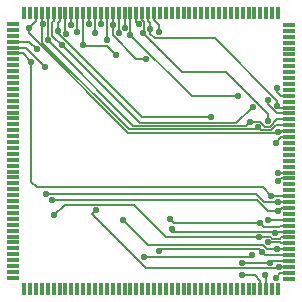
<source format=gbr>
%TF.GenerationSoftware,KiCad,Pcbnew,9.0.4*%
%TF.CreationDate,2025-11-13T11:22:40+01:00*%
%TF.ProjectId,Neptune-32x-315-5818-bypass,4e657074-756e-4652-9d33-32782d333135,rev?*%
%TF.SameCoordinates,Original*%
%TF.FileFunction,Copper,L1,Top*%
%TF.FilePolarity,Positive*%
%FSLAX46Y46*%
G04 Gerber Fmt 4.6, Leading zero omitted, Abs format (unit mm)*
G04 Created by KiCad (PCBNEW 9.0.4) date 2025-11-13 11:22:40*
%MOMM*%
%LPD*%
G01*
G04 APERTURE LIST*
%TA.AperFunction,SMDPad,CuDef*%
%ADD10R,1.000000X0.300000*%
%TD*%
%TA.AperFunction,SMDPad,CuDef*%
%ADD11R,0.300000X1.000000*%
%TD*%
%TA.AperFunction,ViaPad*%
%ADD12C,0.550000*%
%TD*%
%TA.AperFunction,Conductor*%
%ADD13C,0.127000*%
%TD*%
G04 APERTURE END LIST*
D10*
%TO.P,IC1,1*%
%TO.N,N/C*%
X125444800Y-78200400D03*
%TO.P,IC1,2,CH0*%
%TO.N,unconnected-(IC1A-CH0-Pad2)_1*%
X125444800Y-78700400D03*
%TO.P,IC1,3,CH1*%
%TO.N,unconnected-(IC1A-CH1-Pad3)*%
X125444800Y-79200400D03*
%TO.P,IC1,4,OVA19*%
%TO.N,VA19*%
X125444800Y-79700400D03*
%TO.P,IC1,5,OVA20*%
%TO.N,VA20*%
X125444800Y-80200400D03*
%TO.P,IC1,6,OVA21*%
%TO.N,VA21*%
X125444800Y-80700400D03*
%TO.P,IC1,7,~{CART}*%
%TO.N,unconnected-(IC1A-~{CART}-Pad7)_1*%
X125444800Y-81200400D03*
%TO.P,IC1,8,KILL*%
%TO.N,unconnected-(IC1A-KILL-Pad8)*%
X125444800Y-81700400D03*
%TO.P,IC1,9*%
%TO.N,N/C*%
X125444800Y-82200400D03*
%TO.P,IC1,10*%
X125444800Y-82700400D03*
%TO.P,IC1,11*%
X125444800Y-83200400D03*
%TO.P,IC1,12*%
X125444800Y-83700400D03*
%TO.P,IC1,13*%
X125444800Y-84200400D03*
%TO.P,IC1,14*%
X125444800Y-84700400D03*
%TO.P,IC1,15*%
X125444800Y-85200400D03*
%TO.P,IC1,16*%
X125444800Y-85700400D03*
%TO.P,IC1,17*%
X125444800Y-86200400D03*
%TO.P,IC1,18*%
X125444800Y-86700400D03*
%TO.P,IC1,19*%
X125444800Y-87200400D03*
%TO.P,IC1,20*%
X125444800Y-87700400D03*
%TO.P,IC1,21*%
X125444800Y-88200400D03*
%TO.P,IC1,22*%
X125444800Y-88700400D03*
%TO.P,IC1,23*%
X125444800Y-89200400D03*
%TO.P,IC1,24*%
X125444800Y-89700400D03*
%TO.P,IC1,25*%
X125444800Y-90200400D03*
%TO.P,IC1,26*%
X125444800Y-90700400D03*
%TO.P,IC1,27*%
X125444800Y-91200400D03*
%TO.P,IC1,28*%
X125444800Y-91700400D03*
%TO.P,IC1,29*%
X125444800Y-92200400D03*
%TO.P,IC1,30*%
X125444800Y-92700400D03*
%TO.P,IC1,31*%
X125444800Y-93200400D03*
%TO.P,IC1,32*%
X125444800Y-93700400D03*
%TO.P,IC1,33,CKIO*%
%TO.N,unconnected-(IC1A-CKIO-Pad33)_1*%
X125444800Y-94200400D03*
%TO.P,IC1,34*%
%TO.N,N/C*%
X125444800Y-94700400D03*
%TO.P,IC1,35*%
X125444800Y-95200400D03*
%TO.P,IC1,36*%
X125444800Y-95700400D03*
%TO.P,IC1,37*%
X125444800Y-96200400D03*
%TO.P,IC1,38*%
X125444800Y-96700400D03*
%TO.P,IC1,39*%
X125444800Y-97200400D03*
%TO.P,IC1,40*%
X125444800Y-97700400D03*
%TO.P,IC1,41*%
X125444800Y-98200400D03*
%TO.P,IC1,42*%
X125444800Y-98700400D03*
%TO.P,IC1,43*%
X125444800Y-99200400D03*
%TO.P,IC1,44*%
X125444800Y-99700400D03*
D11*
%TO.P,IC1,45*%
X126378800Y-100634400D03*
%TO.P,IC1,46*%
X126878800Y-100634400D03*
%TO.P,IC1,47*%
X127378800Y-100634400D03*
%TO.P,IC1,48*%
X127878800Y-100634400D03*
%TO.P,IC1,49*%
X128378800Y-100634400D03*
%TO.P,IC1,50*%
X128878800Y-100634400D03*
%TO.P,IC1,51*%
X129378800Y-100634400D03*
%TO.P,IC1,52*%
X129878800Y-100634400D03*
%TO.P,IC1,53*%
X130378800Y-100634400D03*
%TO.P,IC1,54*%
X130878800Y-100634400D03*
%TO.P,IC1,55*%
X131378800Y-100634400D03*
%TO.P,IC1,56*%
X131878800Y-100634400D03*
%TO.P,IC1,57*%
X132378800Y-100634400D03*
%TO.P,IC1,58*%
X132878800Y-100634400D03*
%TO.P,IC1,59*%
X133378800Y-100634400D03*
%TO.P,IC1,60*%
X133878800Y-100634400D03*
%TO.P,IC1,61*%
X134378800Y-100634400D03*
%TO.P,IC1,62*%
X134878800Y-100634400D03*
%TO.P,IC1,63*%
X135378800Y-100634400D03*
%TO.P,IC1,64*%
X135878800Y-100634400D03*
%TO.P,IC1,65*%
X136378800Y-100634400D03*
%TO.P,IC1,66*%
X136878800Y-100634400D03*
%TO.P,IC1,67,VA18*%
%TO.N,unconnected-(IC1A-VA18-Pad67)_1*%
X137378800Y-100634400D03*
%TO.P,IC1,68,VA17*%
%TO.N,unconnected-(IC1A-VA17-Pad68)_1*%
X137878800Y-100634400D03*
%TO.P,IC1,69,VA16*%
%TO.N,unconnected-(IC1A-VA16-Pad69)*%
X138378800Y-100634400D03*
%TO.P,IC1,70,VA15*%
%TO.N,unconnected-(IC1A-VA15-Pad70)_1*%
X138878800Y-100634400D03*
%TO.P,IC1,71,VA14*%
%TO.N,unconnected-(IC1A-VA14-Pad71)*%
X139378800Y-100634400D03*
%TO.P,IC1,72,VA13*%
%TO.N,unconnected-(IC1A-VA13-Pad72)*%
X139878800Y-100634400D03*
%TO.P,IC1,73,VA12*%
%TO.N,unconnected-(IC1A-VA12-Pad73)*%
X140378800Y-100634400D03*
%TO.P,IC1,74,VA11*%
%TO.N,unconnected-(IC1A-VA11-Pad74)_1*%
X140878800Y-100634400D03*
%TO.P,IC1,75,VA10*%
%TO.N,unconnected-(IC1A-VA10-Pad75)_1*%
X141378800Y-100634400D03*
%TO.P,IC1,76,VA9*%
%TO.N,unconnected-(IC1A-VA9-Pad76)*%
X141878800Y-100634400D03*
%TO.P,IC1,77,VA8*%
%TO.N,unconnected-(IC1A-VA8-Pad77)*%
X142378800Y-100634400D03*
%TO.P,IC1,78,VA7*%
%TO.N,unconnected-(IC1A-VA7-Pad78)*%
X142878800Y-100634400D03*
%TO.P,IC1,79,VA6*%
%TO.N,unconnected-(IC1A-VA6-Pad79)_1*%
X143378800Y-100634400D03*
%TO.P,IC1,80,VA5*%
%TO.N,unconnected-(IC1A-VA5-Pad80)*%
X143878800Y-100634400D03*
%TO.P,IC1,81,VA4*%
%TO.N,unconnected-(IC1A-VA4-Pad81)*%
X144378800Y-100634400D03*
%TO.P,IC1,82,VA3*%
%TO.N,unconnected-(IC1A-VA3-Pad82)_1*%
X144878800Y-100634400D03*
%TO.P,IC1,83,VA2*%
%TO.N,unconnected-(IC1A-VA2-Pad83)_1*%
X145378800Y-100634400D03*
%TO.P,IC1,84,VA1*%
%TO.N,unconnected-(IC1A-VA1-Pad84)_1*%
X145878800Y-100634400D03*
%TO.P,IC1,85,VD7*%
%TO.N,VD7*%
X146378800Y-100634400D03*
%TO.P,IC1,86,VD0*%
%TO.N,VD0*%
X146878800Y-100634400D03*
%TO.P,IC1,87*%
%TO.N,N/C*%
X147378800Y-100634400D03*
%TO.P,IC1,88*%
X147878800Y-100634400D03*
D10*
%TO.P,IC1,89*%
X148812800Y-99782400D03*
%TO.P,IC1,90,VD8*%
%TO.N,VD8*%
X148812800Y-99282400D03*
%TO.P,IC1,91,VD6*%
%TO.N,VD6*%
X148812800Y-98782400D03*
%TO.P,IC1,92,VD1*%
%TO.N,VD1*%
X148812800Y-98282400D03*
%TO.P,IC1,93,VD9*%
%TO.N,VD9*%
X148812800Y-97782400D03*
%TO.P,IC1,94,VD5*%
%TO.N,VD5*%
X148812800Y-97282400D03*
%TO.P,IC1,95,VD2*%
%TO.N,VD2*%
X148812800Y-96782400D03*
%TO.P,IC1,96,VD10*%
%TO.N,VD10*%
X148812800Y-96282400D03*
%TO.P,IC1,97,VD4*%
%TO.N,VD4*%
X148812800Y-95782400D03*
%TO.P,IC1,98,VD3*%
%TO.N,VD3*%
X148812800Y-95282400D03*
%TO.P,IC1,99,VD11*%
%TO.N,VD11*%
X148812800Y-94782400D03*
%TO.P,IC1,100,~{MRES}*%
%TO.N,unconnected-(IC1A-~{MRES}-Pad100)*%
X148812800Y-94282400D03*
%TO.P,IC1,101,VA19*%
%TO.N,VA19*%
X148812800Y-93782400D03*
%TO.P,IC1,102,VA20*%
%TO.N,VA20*%
X148812800Y-93282400D03*
%TO.P,IC1,103,VA21*%
%TO.N,VA21*%
X148812800Y-92782400D03*
%TO.P,IC1,104,VA22*%
%TO.N,unconnected-(IC1A-VA22-Pad104)_1*%
X148812800Y-92282400D03*
%TO.P,IC1,105,VA23*%
%TO.N,unconnected-(IC1A-VA23-Pad105)_1*%
X148812800Y-91782400D03*
%TO.P,IC1,106,~{CAS0}*%
%TO.N,~{CCAS0}*%
X148812800Y-91282400D03*
%TO.P,IC1,107,~{CE0}*%
%TO.N,~{CCE0}*%
X148812800Y-90782400D03*
%TO.P,IC1,108,~{AS}*%
%TO.N,unconnected-(IC1A-~{AS}-Pad108)*%
X148812800Y-90282400D03*
%TO.P,IC1,109,~{DTAK}*%
%TO.N,unconnected-(IC1A-~{DTAK}-Pad109)*%
X148812800Y-89782400D03*
%TO.P,IC1,110*%
%TO.N,N/C*%
X148812800Y-89282400D03*
%TO.P,IC1,111*%
X148812800Y-88782400D03*
%TO.P,IC1,112,VCLK*%
%TO.N,unconnected-(IC1A-VCLK-Pad112)_1*%
X148812800Y-88282400D03*
%TO.P,IC1,113,~{CAS2}*%
%TO.N,~{CCAS2}*%
X148812800Y-87782400D03*
%TO.P,IC1,114,VD15*%
%TO.N,VD15*%
X148812800Y-87282400D03*
%TO.P,IC1,115,VD14*%
%TO.N,VD14*%
X148812800Y-86782400D03*
%TO.P,IC1,116,VD13*%
%TO.N,VD13*%
X148812800Y-86282400D03*
%TO.P,IC1,117,VD12*%
%TO.N,VD12*%
X148812800Y-85782400D03*
%TO.P,IC1,118,~{ASEL}*%
%TO.N,~{CASEL}*%
X148812800Y-85282400D03*
%TO.P,IC1,119,~{VRES}*%
%TO.N,unconnected-(IC1A-~{VRES}-Pad119)_1*%
X148812800Y-84782400D03*
%TO.P,IC1,120,~{LWR}*%
%TO.N,~{CLWR}*%
X148812800Y-84282400D03*
%TO.P,IC1,121,~{UWR}*%
%TO.N,unconnected-(IC1A-~{UWR}-Pad121)*%
X148812800Y-83782400D03*
%TO.P,IC1,122*%
%TO.N,N/C*%
X148812800Y-83282400D03*
%TO.P,IC1,123*%
X148812800Y-82782400D03*
%TO.P,IC1,124*%
X148812800Y-82282400D03*
%TO.P,IC1,125*%
X148812800Y-81782400D03*
%TO.P,IC1,126*%
X148812800Y-81282400D03*
%TO.P,IC1,127*%
X148812800Y-80782400D03*
%TO.P,IC1,128,~{OUWE}*%
%TO.N,unconnected-(IC1A-~{OUWE}-Pad128)_1*%
X148812800Y-80282400D03*
%TO.P,IC1,129,AVDD*%
%TO.N,unconnected-(IC1A-AVDD-Pad129)*%
X148812800Y-79782400D03*
%TO.P,IC1,130,AGND*%
%TO.N,unconnected-(IC1A-AGND-Pad130)_1*%
X148812800Y-79282400D03*
%TO.P,IC1,131*%
%TO.N,N/C*%
X148812800Y-78782400D03*
%TO.P,IC1,132*%
X148812800Y-78282400D03*
D11*
%TO.P,IC1,133*%
X147878800Y-77266400D03*
%TO.P,IC1,134*%
X147378800Y-77266400D03*
%TO.P,IC1,135*%
X146878800Y-77266400D03*
%TO.P,IC1,136*%
X146378800Y-77266400D03*
%TO.P,IC1,137*%
X145878800Y-77266400D03*
%TO.P,IC1,138*%
X145378800Y-77266400D03*
%TO.P,IC1,139*%
X144878800Y-77266400D03*
%TO.P,IC1,140*%
X144378800Y-77266400D03*
%TO.P,IC1,141*%
X143878800Y-77266400D03*
%TO.P,IC1,142*%
X143378800Y-77266400D03*
%TO.P,IC1,143*%
X142878800Y-77266400D03*
%TO.P,IC1,144*%
X142378800Y-77266400D03*
%TO.P,IC1,145*%
X141878800Y-77266400D03*
%TO.P,IC1,146*%
X141378800Y-77266400D03*
%TO.P,IC1,147*%
X140878800Y-77266400D03*
%TO.P,IC1,148*%
X140378800Y-77266400D03*
%TO.P,IC1,149*%
X139878800Y-77266400D03*
%TO.P,IC1,150*%
X139378800Y-77266400D03*
%TO.P,IC1,151,~{SEL}*%
%TO.N,unconnected-(IC1A-~{SEL}-Pad151)_1*%
X138878800Y-77266400D03*
%TO.P,IC1,152,CHPLL*%
%TO.N,unconnected-(IC1A-CHPLL-Pad152)*%
X138378800Y-77266400D03*
%TO.P,IC1,153,BUNRI*%
%TO.N,unconnected-(IC1A-BUNRI-Pad153)*%
X137878800Y-77266400D03*
%TO.P,IC1,154,~{OCE0}*%
%TO.N,~{CCE0}*%
X137378800Y-77266400D03*
%TO.P,IC1,155,~{OASEL}*%
%TO.N,~{CASEL}*%
X136878800Y-77266400D03*
%TO.P,IC1,156,~{OCAS2}*%
%TO.N,~{CCAS2}*%
X136378800Y-77266400D03*
%TO.P,IC1,157,~{OCAS0}*%
%TO.N,~{CCAS0}*%
X135878800Y-77266400D03*
%TO.P,IC1,158,~{OLWE}*%
%TO.N,~{CLWR}*%
X135378800Y-77266400D03*
%TO.P,IC1,159,RD0*%
%TO.N,VD0*%
X134878800Y-77266400D03*
%TO.P,IC1,160,RD1*%
%TO.N,VD1*%
X134378800Y-77266400D03*
%TO.P,IC1,161,RD2*%
%TO.N,VD2*%
X133878800Y-77266400D03*
%TO.P,IC1,162,RD3*%
%TO.N,VD3*%
X133378800Y-77266400D03*
%TO.P,IC1,163,RD4*%
%TO.N,VD4*%
X132878800Y-77266400D03*
%TO.P,IC1,164,RD5*%
%TO.N,VD5*%
X132378800Y-77266400D03*
%TO.P,IC1,165,RD6*%
%TO.N,VD6*%
X131878800Y-77266400D03*
%TO.P,IC1,166,RD7*%
%TO.N,VD7*%
X131378800Y-77266400D03*
%TO.P,IC1,167,RD8*%
%TO.N,VD8*%
X130878800Y-77266400D03*
%TO.P,IC1,168,RD9*%
%TO.N,VD9*%
X130378800Y-77266400D03*
%TO.P,IC1,169,RD10*%
%TO.N,VD10*%
X129878800Y-77266400D03*
%TO.P,IC1,170,RD11*%
%TO.N,VD11*%
X129378800Y-77266400D03*
%TO.P,IC1,171,RD12*%
%TO.N,VD12*%
X128878800Y-77266400D03*
%TO.P,IC1,172,RD13*%
%TO.N,VD13*%
X128378800Y-77266400D03*
%TO.P,IC1,173,RD14*%
%TO.N,VD14*%
X127878800Y-77266400D03*
%TO.P,IC1,174,RD15*%
%TO.N,VD15*%
X127378800Y-77266400D03*
%TO.P,IC1,175*%
%TO.N,N/C*%
X126878800Y-77266400D03*
%TO.P,IC1,176*%
X126378800Y-77266400D03*
%TD*%
D12*
%TO.N,VA19*%
X147914100Y-94041000D03*
X127460900Y-80340100D03*
X128752400Y-93133000D03*
%TO.N,VA20*%
X128200000Y-92635300D03*
X147873900Y-93282400D03*
X128180000Y-81830000D03*
%TO.N,VA21*%
X147310700Y-92782400D03*
X127000000Y-81460000D03*
%TO.N,VD7*%
X144843500Y-99459600D03*
X134133900Y-80834700D03*
X131378800Y-80002200D03*
%TO.N,VD0*%
X146742900Y-99461500D03*
X134913400Y-78560500D03*
%TO.N,VD8*%
X130878800Y-78846500D03*
X147666000Y-99682400D03*
X145682100Y-97803400D03*
X136554800Y-97916000D03*
%TO.N,VD6*%
X131878800Y-78243400D03*
X147916000Y-98782400D03*
X132439800Y-93960200D03*
%TO.N,VD1*%
X134391500Y-78988900D03*
X144783100Y-98439000D03*
X147199100Y-98419500D03*
%TO.N,VD9*%
X130387500Y-78308200D03*
X146515500Y-97542100D03*
X137831500Y-97413300D03*
%TO.N,VD5*%
X147761400Y-97282400D03*
X134724100Y-94812300D03*
X132378800Y-78953800D03*
%TO.N,VD2*%
X147058300Y-96678400D03*
X136719800Y-81164400D03*
X133878800Y-78254500D03*
%TO.N,VD10*%
X129919900Y-79031400D03*
X146295600Y-96242500D03*
X128934400Y-94413000D03*
%TO.N,VD4*%
X132860700Y-78177200D03*
X138858400Y-95532400D03*
X147591000Y-95909100D03*
%TO.N,VD3*%
X133423600Y-79527400D03*
X138756600Y-94733400D03*
X146329400Y-95053300D03*
%TO.N,VD11*%
X146997900Y-94784700D03*
X129239200Y-78776700D03*
X142224000Y-86119900D03*
%TO.N,~{CCAS0}*%
X147905200Y-91504800D03*
X136099600Y-78219400D03*
%TO.N,~{CCE0}*%
X137757500Y-78870400D03*
X147902700Y-90782400D03*
%TO.N,~{CCAS2}*%
X147001100Y-86453100D03*
X136456300Y-78978800D03*
X147660900Y-88254500D03*
%TO.N,VD15*%
X126756700Y-78577800D03*
X147893400Y-87313100D03*
%TO.N,VD14*%
X127942000Y-78171300D03*
X146177200Y-86932500D03*
%TO.N,VD13*%
X128378800Y-79594100D03*
X145509200Y-86505300D03*
%TO.N,VD12*%
X145740000Y-85194900D03*
X129586000Y-80006300D03*
X147037000Y-84612900D03*
%TO.N,~{CASEL}*%
X147803600Y-85114100D03*
X137033000Y-78588000D03*
%TO.N,~{CLWR}*%
X135378800Y-79161100D03*
X147796900Y-83647700D03*
X144465400Y-84345200D03*
%TD*%
D13*
%TO.N,VD3*%
X146329400Y-95053300D02*
X146703900Y-95427800D01*
X146703900Y-95427800D02*
X147982200Y-95427800D01*
X147982200Y-95427800D02*
X148127600Y-95282400D01*
X148127600Y-95282400D02*
X148812800Y-95282400D01*
%TO.N,VD11*%
X146997900Y-94784700D02*
X147000200Y-94782400D01*
X147000200Y-94782400D02*
X148812800Y-94782400D01*
%TO.N,VD12*%
X147037000Y-84612900D02*
X147037000Y-85010200D01*
X147037000Y-85010200D02*
X147809200Y-85782400D01*
X147809200Y-85782400D02*
X148812800Y-85782400D01*
%TO.N,~{CASEL}*%
X147803600Y-85114100D02*
X147803600Y-84709600D01*
X142525700Y-79431700D02*
X137445300Y-79431700D01*
X147803600Y-84709600D02*
X142525700Y-79431700D01*
X137445300Y-79431700D02*
X137033000Y-79019400D01*
X137033000Y-79019400D02*
X137033000Y-78588000D01*
X137033000Y-78588000D02*
X137033000Y-78130400D01*
X137033000Y-78130400D02*
X136878800Y-77976200D01*
X136878800Y-77976200D02*
X136878800Y-77266400D01*
%TO.N,~{CCE0}*%
X137757500Y-78870400D02*
X137757500Y-78270700D01*
X137757500Y-78270700D02*
X137378800Y-77892000D01*
X137378800Y-77892000D02*
X137378800Y-77266400D01*
%TO.N,VD2*%
X136719800Y-81164400D02*
X135886700Y-81164400D01*
X133878800Y-79156500D02*
X133878800Y-78254500D01*
X135886700Y-81164400D02*
X133878800Y-79156500D01*
%TO.N,VD3*%
X133423600Y-79527400D02*
X133423600Y-78959300D01*
X133423600Y-78959300D02*
X133378800Y-78914500D01*
X133378800Y-78914500D02*
X133378800Y-77266400D01*
%TO.N,~{CCAS0}*%
X135878800Y-77266400D02*
X135878800Y-77998600D01*
X135878800Y-77998600D02*
X136099600Y-78219400D01*
%TO.N,VD0*%
X134913400Y-78560500D02*
X134913400Y-77992000D01*
X134913400Y-77992000D02*
X134878800Y-77957400D01*
X134878800Y-77957400D02*
X134878800Y-77266400D01*
%TO.N,VD9*%
X130378800Y-78232200D02*
X130378800Y-77266400D01*
%TO.N,VA19*%
X148812800Y-93782400D02*
X148172700Y-93782400D01*
X148172700Y-93782400D02*
X147914100Y-94041000D01*
%TO.N,~{CASEL}*%
X148812800Y-85282400D02*
X147971900Y-85282400D01*
X147971900Y-85282400D02*
X147803600Y-85114100D01*
%TO.N,VA19*%
X125444800Y-79700400D02*
X126130000Y-79700400D01*
X146996200Y-94041000D02*
X147914100Y-94041000D01*
X146088200Y-93133000D02*
X146996200Y-94041000D01*
X127460900Y-80340100D02*
X126821200Y-79700400D01*
X126821200Y-79700400D02*
X126130000Y-79700400D01*
X128752400Y-93133000D02*
X146088200Y-93133000D01*
%TO.N,VA20*%
X126130000Y-80200400D02*
X125444800Y-80200400D01*
X126550400Y-80200400D02*
X126130000Y-80200400D01*
X128180000Y-81830000D02*
X126550400Y-80200400D01*
X146045900Y-92635300D02*
X146693000Y-93282400D01*
X128200000Y-92635300D02*
X146045900Y-92635300D01*
X146693000Y-93282400D02*
X147873900Y-93282400D01*
X148812800Y-93282400D02*
X147873900Y-93282400D01*
%TO.N,VA21*%
X127000000Y-81460000D02*
X127000000Y-91552900D01*
X126240400Y-80700400D02*
X127000000Y-81460000D01*
X125444800Y-80700400D02*
X126240400Y-80700400D01*
X146571200Y-92042900D02*
X127490000Y-92042900D01*
X148812800Y-92782400D02*
X148127600Y-92782400D01*
X127000000Y-91552900D02*
X127490000Y-92042900D01*
X148127600Y-92782400D02*
X147310700Y-92782400D01*
X147310700Y-92782400D02*
X146571200Y-92042900D01*
%TO.N,VD7*%
X133371000Y-80071800D02*
X134133900Y-80834700D01*
X131448400Y-80071800D02*
X133371000Y-80071800D01*
X131378800Y-77266400D02*
X131378800Y-80002200D01*
X131378800Y-80002200D02*
X131448400Y-80071800D01*
X145889200Y-99459600D02*
X146378800Y-99949200D01*
X144843500Y-99459600D02*
X145889200Y-99459600D01*
X146378800Y-99949200D02*
X146378800Y-100634400D01*
%TO.N,VD0*%
X146878800Y-99597400D02*
X146742900Y-99461500D01*
X146878800Y-100634400D02*
X146878800Y-99597400D01*
%TO.N,VD8*%
X130878800Y-77266400D02*
X130878800Y-78846500D01*
X148066000Y-99282400D02*
X148812800Y-99282400D01*
X136554800Y-97916000D02*
X145569500Y-97916000D01*
X145569500Y-97916000D02*
X145682100Y-97803400D01*
X147666000Y-99682400D02*
X148066000Y-99282400D01*
%TO.N,VD6*%
X147799200Y-98899200D02*
X147916000Y-98782400D01*
X132108100Y-94291900D02*
X132439800Y-93960200D01*
X131878800Y-77266400D02*
X131878800Y-78243400D01*
X148812800Y-98782400D02*
X147916000Y-98782400D01*
X136715400Y-98899200D02*
X147799200Y-98899200D01*
X132108100Y-94291900D02*
X136715400Y-98899200D01*
%TO.N,VD1*%
X147199100Y-98419500D02*
X147336200Y-98282400D01*
X134378800Y-78976200D02*
X134391500Y-78988900D01*
X147179600Y-98439000D02*
X144783100Y-98439000D01*
X134378800Y-77266400D02*
X134378800Y-77951600D01*
X134378800Y-77951600D02*
X134378800Y-78976200D01*
X147199100Y-98419500D02*
X147179600Y-98439000D01*
X147336200Y-98282400D02*
X148812800Y-98282400D01*
%TO.N,VD9*%
X146515500Y-97542100D02*
X146255800Y-97282400D01*
X137962400Y-97282400D02*
X137831500Y-97413300D01*
X146255800Y-97282400D02*
X137962400Y-97282400D01*
X146515500Y-97542100D02*
X146755800Y-97782400D01*
X146755800Y-97782400D02*
X148812800Y-97782400D01*
%TO.N,VD5*%
X146577400Y-96953100D02*
X136864900Y-96953100D01*
X132378800Y-78953800D02*
X132378800Y-77951600D01*
X136864900Y-96953100D02*
X134724100Y-94812300D01*
X147761400Y-97282400D02*
X146906700Y-97282400D01*
X148127600Y-97282400D02*
X147761400Y-97282400D01*
X146906700Y-97282400D02*
X146577400Y-96953100D01*
X148812800Y-97282400D02*
X148127600Y-97282400D01*
X132378800Y-77266400D02*
X132378800Y-77951600D01*
%TO.N,VD2*%
X148023700Y-96678500D02*
X147058300Y-96678500D01*
X148127600Y-96782400D02*
X148023700Y-96678500D01*
X147058300Y-96678500D02*
X147058300Y-96678400D01*
X133878800Y-77266400D02*
X133878800Y-78254500D01*
X148812800Y-96782400D02*
X148127600Y-96782400D01*
%TO.N,VD10*%
X147401500Y-96370700D02*
X147249000Y-96218200D01*
X129847400Y-93500000D02*
X128934400Y-94413000D01*
X148812800Y-96282400D02*
X148127600Y-96282400D01*
X148039300Y-96370700D02*
X147401500Y-96370700D01*
X146321500Y-96218200D02*
X146295600Y-96244100D01*
X129878800Y-77951600D02*
X129806600Y-78023800D01*
X129806600Y-78918100D02*
X129919900Y-79031400D01*
X135646600Y-93500000D02*
X129847400Y-93500000D01*
X147249000Y-96218200D02*
X146321500Y-96218200D01*
X129806600Y-78023800D02*
X129806600Y-78918100D01*
X146295600Y-96242500D02*
X138389100Y-96242500D01*
X146295600Y-96244100D02*
X146295600Y-96242500D01*
X148127600Y-96282400D02*
X148039300Y-96370700D01*
X129878800Y-77266400D02*
X129878800Y-77951600D01*
X138389100Y-96242500D02*
X135646600Y-93500000D01*
%TO.N,VD4*%
X138858400Y-95532400D02*
X138858400Y-95780900D01*
X148812800Y-95782400D02*
X148127600Y-95782400D01*
X148127600Y-95782400D02*
X147591000Y-95782400D01*
X147589500Y-95780900D02*
X138858400Y-95780900D01*
X138858400Y-95780900D02*
X138858400Y-95532400D01*
X132878800Y-78159100D02*
X132860700Y-78177200D01*
X132878800Y-77266400D02*
X132878800Y-78159100D01*
X147591000Y-95782400D02*
X147589500Y-95780900D01*
X147591000Y-95782400D02*
X147591000Y-95909100D01*
%TO.N,VD3*%
X139076500Y-95053300D02*
X146329400Y-95053300D01*
X138756600Y-94733400D02*
X139076500Y-95053300D01*
%TO.N,VD11*%
X129239200Y-78091200D02*
X129378800Y-77951600D01*
X129239200Y-79002000D02*
X136357100Y-86119900D01*
X129378800Y-77266400D02*
X129378800Y-77951600D01*
X129239200Y-78776700D02*
X129239200Y-79002000D01*
X129239200Y-78776700D02*
X129239200Y-78091200D01*
X136357100Y-86119900D02*
X142224000Y-86119900D01*
%TO.N,~{CCAS0}*%
X148127600Y-91282400D02*
X147905200Y-91504800D01*
X148812800Y-91282400D02*
X148127600Y-91282400D01*
%TO.N,~{CCE0}*%
X148812800Y-90782400D02*
X147902700Y-90782400D01*
%TO.N,~{CCAS2}*%
X148812800Y-87782400D02*
X148127600Y-87782400D01*
X139761000Y-82283500D02*
X136456300Y-78978800D01*
X136378800Y-77847700D02*
X136378800Y-77266400D01*
X147001100Y-86453100D02*
X147001100Y-85805100D01*
X148127600Y-87782400D02*
X148127600Y-87787800D01*
X136559800Y-78875300D02*
X136559800Y-78028700D01*
X136456300Y-78978800D02*
X136559800Y-78875300D01*
X143479500Y-82283500D02*
X139761000Y-82283500D01*
X148127600Y-87787800D02*
X147660900Y-88254500D01*
X136559800Y-78028700D02*
X136378800Y-77847700D01*
X147001100Y-85805100D02*
X143479500Y-82283500D01*
%TO.N,VD15*%
X148096900Y-87313100D02*
X148127600Y-87282400D01*
X147893400Y-87313100D02*
X148096900Y-87313100D01*
X135182600Y-87410700D02*
X126756700Y-78984800D01*
X126756700Y-78984800D02*
X126756700Y-78577800D01*
X127378800Y-77955700D02*
X126756700Y-78577800D01*
X148812800Y-87282400D02*
X148127600Y-87282400D01*
X147795800Y-87410700D02*
X135182600Y-87410700D01*
X147893400Y-87313100D02*
X147795800Y-87410700D01*
X127378800Y-77266400D02*
X127378800Y-77955700D01*
%TO.N,VD14*%
X127942000Y-78171300D02*
X127878800Y-78108100D01*
X127905000Y-79781400D02*
X135224500Y-87100900D01*
X127942000Y-78171300D02*
X127905000Y-78208300D01*
X146177200Y-86932500D02*
X146406700Y-87162000D01*
X146406700Y-87162000D02*
X147294800Y-87162000D01*
X135224500Y-87100900D02*
X146008800Y-87100900D01*
X147674400Y-86782400D02*
X148812800Y-86782400D01*
X127878800Y-78108100D02*
X127878800Y-77266400D01*
X127905000Y-78208300D02*
X127905000Y-79781400D01*
X147294800Y-87162000D02*
X147674400Y-86782400D01*
X146008800Y-87100900D02*
X146177200Y-86932500D01*
%TO.N,VD13*%
X128402200Y-79570700D02*
X128402200Y-77975000D01*
X145162300Y-86852200D02*
X145509200Y-86505300D01*
X146369500Y-86472300D02*
X146810500Y-86913300D01*
X146810500Y-86913300D02*
X147191800Y-86913300D01*
X128378800Y-79594100D02*
X135636900Y-86852200D01*
X148812800Y-86282400D02*
X148127600Y-86282400D01*
X128378800Y-77266400D02*
X128378800Y-77951600D01*
X128378800Y-79594100D02*
X128402200Y-79570700D01*
X145509200Y-86505300D02*
X145542200Y-86472300D01*
X147822700Y-86282400D02*
X148127600Y-86282400D01*
X145542200Y-86472300D02*
X146369500Y-86472300D01*
X135636900Y-86852200D02*
X145162300Y-86852200D01*
X147191800Y-86913300D02*
X147822700Y-86282400D01*
X128402200Y-77975000D02*
X128378800Y-77951600D01*
%TO.N,VD12*%
X145740000Y-85194900D02*
X144331400Y-86603500D01*
X128878800Y-77951600D02*
X128778900Y-78051500D01*
X128878800Y-77266400D02*
X128878800Y-77951600D01*
X136183200Y-86603500D02*
X129586000Y-80006300D01*
X144331400Y-86603500D02*
X136183200Y-86603500D01*
X128778900Y-79199200D02*
X129586000Y-80006300D01*
X128778900Y-78051500D02*
X128778900Y-79199200D01*
%TO.N,~{CLWR}*%
X135378800Y-77266400D02*
X135378800Y-79161100D01*
X140562900Y-84345200D02*
X135378800Y-79161100D01*
X147796900Y-83951700D02*
X148127600Y-84282400D01*
X147796900Y-83647700D02*
X147796900Y-83951700D01*
X144465400Y-84345200D02*
X140562900Y-84345200D01*
X148812800Y-84282400D02*
X148127600Y-84282400D01*
%TD*%
M02*

</source>
